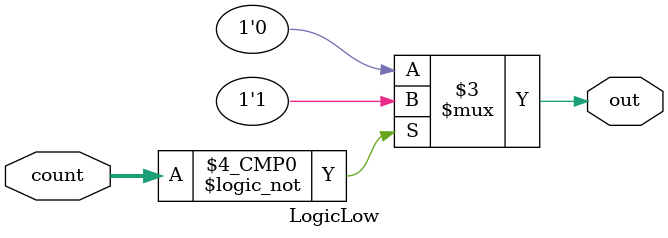
<source format=v>
`timescale 1ns / 1ps
module Remote(
    input Clk,
	 input Internal_Clk,
    input Global_Reset,
	 output IR_Xmit,
    output Len,
    output Ldir,
    output Ren,
    output Rdir,
	 inout Serial_IO
    );

	wire Clock_2, Clock_4, Clock_8, serial_out, low, high, 
			signal, select, latch, ir_out, transmit;
				
	wire [15:0] parallel_out, shift_out;
	wire [3:0] count_4, dirs;
	wire [1:0] count_2;

	assign Serial_IO = serial_out;
	
	assign Len = dirs[3];
	assign Ldir = dirs[2];
	assign Ren = dirs[1];
	assign Rdir = dirs[0];
	assign IR_Xmit = ir_out;
	
	ClockDivider clock_divider (
		 .Clock(Clk), 
		 .Reset(Global_Reset), 
		 .Clock_2(Clock_2), 
		 .Clock_4(Clock_4), 
		 .Clock_8(Clock_8)
		 );
		 
	TwoBitCounter TBC(
		.clk(Clock_2),
		.reset(Global_Reset),
		.count(count_2)
		);
		
	FourBitCounter FBC(
		.clk(Clock_8),
		.reset(Global_Reset),
		.ext_reset(count_reset),
		.count(count_4)
		);
		
	LogicHigh LH(
		.count(count_2),
		.out(high)
		);
		
	LogicLow LL(
		.count(count_2),
		.out(low)
		);
		
	SignalGenerator SG(
		.count(count_4),
		.logic_low(low),
		.logic_high(high),
		.signal(signal)
		);
		
	Mux Multiplexer(
		.serial(signal),
		.select(select),
		.out(serial_out)
		);
		
	IOSelect IOS(
		.clk(Clock_4),
		.reset(Global_Reset),
		.count(),
		.transmit(transmit),
		.latch(latch),
		.count_reset(count_reset),
		.select(select)
		);

	ShiftRegister SR (
		.reset(Global_Reset),
		.clk(Clock_8),
		.serial_in(Serial_IO),
		.buffer(shift_out)
		);
		
	FlipFlop FF (
		.reset(Global_Reset),
		.latch(latch),
		.in(shift_out),
		.out(parallel_out)
		);
		
	Decoder Decode(
		.state(parallel_out),
		.dirs(dirs)
		);
	
	IRTransmitter IRT (
		.reset(Global_Reset),
		.dirs(dirs),
		.trans(transmit),
		.clk(Internal_Clk),
		.serial_out(ir_out)
		);
endmodule


/*
 * Generates the 8 bit button status signal and stop bit that polls the controller.
 * The signal generator is simply a mux that uses the count from the 4-bit counter as
 * its select.
 */
module SignalGenerator (
	input [3:0] count,
	input logic_low,
	input logic_high,
	output reg signal
	);
	
	always @(*)
		case(count)
			4'b0111:	signal <= logic_high;
			4'b1000: signal <= logic_high;
			default:	signal <= logic_low;
		endcase
		
endmodule


/* 
 * Continually samples the serial line and shifts the bits to the left.  The
 * shift register data is only sampled by the Flip Flop after the first 16 bits 
 * from the controller have been loaded into the shift register.
 */
module ShiftRegister (
	input clk,
	input reset,
	input serial_in,
	output reg [15:0] buffer
	);
			
	always @(negedge clk, negedge reset)
		if(!reset)	buffer <= 16'b0;
		else 			buffer <= {buffer[14:0], serial_in};

endmodule


/* 
 * Decodes the signal from the Flip Flop and drives the motor accordingly.
 */
module Decoder (
	input [15:0] state,
	output reg [3:0] dirs
	);
	
	always @(*)
		case(state & 16'b1111_1111_0011_1111)
			16'b0000_1000_0000_0000:   	dirs <= 4'b0101;  //forward
			16'b0000_0100_0000_0000:   	dirs <= 4'b0000;  //reverse
			16'b0000_0001_0000_0000:   	dirs <= 4'b0001;  //spin right
			16'b0000_0010_0000_0000:   	dirs <= 4'b0100;  //spin left
			16'b0000_1010_0000_0000:   	dirs <= 4'b0110;  //veer left
			16'b0000_1001_0000_0000:   	dirs <= 4'b1001;  //veer right
			16'b0000_0110_0000_0000:   	dirs <= 4'b1000;  //back veer left
			16'b0000_0101_0000_0000:   	dirs <= 4'b0010;  //back veer right
			default:								dirs <= 4'b1111;	//stop
		endcase
		
endmodule


/*
 * Latches onto the parallel output of the shift register when the latch input
 * goes high.  The latch signal comes from the IO Select.
 */
module FlipFlop (
	input [15:0] in,
	input reset,
	input latch,
	output reg [15:0] out
	);
	
	always @(posedge latch, negedge reset)
		if(!reset)	out <= 16'b0;
		else			out <= in;
		
endmodule


/*
 * Transmits the decoded direction bits over the IR preceded by the start sequence
 * 10100 that is needed to communicate to the receiver that the direction bits are going
 * to be transmitted.  Operates off the 1 kHz clock.
 */
module IRTransmitter (
	input reset,
	input clk,
	input trans,
	input [3:0] dirs,
	output reg serial_out
	);
	
	reg [3:0] state, next;
	
	parameter S0 = 4'b0000;
	parameter S1 = 4'b0001;
	parameter S2 = 4'b0010;
	parameter S3 = 4'b0011;
	parameter S4 = 4'b0100;
	parameter S5 = 4'b0101;
	parameter S6 = 4'b0110;
	parameter S7 = 4'b0111;
	parameter S8 = 4'b1000;
	parameter S9 = 4'b1001;
	
	always @(posedge clk, negedge reset)
		if(!reset)	state <= S0;
		else			state <= next;
		
	always @(posedge clk, negedge reset)
		if(!reset)	serial_out <= 1;
		else
			case(state)
				S0:			serial_out <= 1;
				S1:			serial_out <= 1;
				S2:			serial_out <= 0;
				S3:			serial_out <= 1;
				S4:			serial_out <= 0;
				S5:			serial_out <= 0;
				S6:			serial_out <= dirs[3];
				S7:			serial_out <= dirs[2];
				S8:			serial_out <= dirs[1];
				S9:			serial_out <= dirs[0];
				default:		serial_out <= 1;
			endcase
			
	always @(*)
		case(state)
			S0:	if(trans)	next <= S1;
					else			next <= S0;
			S1:					next <= S2;
			S2:					next <= S3;
			S3:					next <= S4;
			S4:					next <= S5;
			S5:					next <= S6;
			S6:					next <= S7;
			S7:					next <= S8;
			S8:					next <= S9;
			S9:					next <= S0;
			default:				next <= S0;
		endcase
		
endmodule


/*
 * Determines when the CPLD should be driving the data line, keeps the four bit counter
 * in sync, and determines when to latch the data from the shift register.  When the count
 * is below 18, the CPLD is sending the button status signal, so it allows the CPLD to 
 * drive the data line.  For the rest of the count, the data line is allowed to be driven
 * by the controller.  When the count hits 50, the first 16 bits of the controller status
 * are in the shift register, so the latch signal goes high to indicate that the Flip Flop
 * should latch onto the data.  When the count is about to reset, the count on the Four
 * Bit counter is externally reset to maintain synchronization.  Operates off the 500 kHz 
 * clock.
 */
module IOSelect (
	input clk,
	input reset,
	output reg [7:0] count,
	output reg count_reset,
	output reg transmit,
	output reg latch,
	output reg select
	);
	
	always @(posedge clk, negedge reset)
		if(!reset)	count <= 8'b0;	
		else			count <= count + 1;
		
	always @(posedge clk, negedge reset)
		if(!reset)							select <= 0;
		else if(count < 8'b00010010)	select <= 0;
		else 									select <= 1;
		
	always @(posedge clk, negedge reset)
		if(!reset)							count_reset <= 0;
		else if(count == 8'b11111111)	count_reset <= 1;
		else									count_reset <= 0;		
		
	always @(posedge clk, negedge reset)
		if(!reset)							latch <= 0;
		else if(count == 8'b00110010)	latch <= 1;
		else									latch <= 0;
	
	always @(posedge clk, negedge reset)
		if(!reset)							transmit <= 0;
		else if(count > 8'b01001101)	transmit <= 1;
		else									transmit <= 0;
		
endmodule


/*
 * Counter for the Logic High and Low signal generators.  Operates off
 * the 1 MHz clock.
 */
module TwoBitCounter (
	input clk,
	input reset,
	output reg [1:0] count
	);
	
	always @(posedge clk, negedge reset)
		if(!reset)	count <= 2'b0;
		else			count <= count + 1;
		
endmodule


/*
 * Makes sure that the CPLD doesn't drive the data line of the N64 when it
 * is responding to the status request.
 */
module Mux (
	input serial,
	input select,
	output reg out
	);
	
	always @(*)
		if(select)		out <= 1'bz;
		else 				out <= serial;
		
endmodule


/* 
 * Counts from 0 to 9 and used by the signal generator to know when 0's
 * and 1's should be sent to the controller.  An external reset input is
 * needed so that this counter can stay in sync with the IO Select module.  
 * Operates off the 250 kHz clock.
 */
module FourBitCounter (
	input clk,
	input reset,
	input ext_reset,
	output reg [3:0] count
	);
	
	always @(posedge clk, negedge reset, posedge ext_reset)
		if(!reset)						count <= 4'b0;
		else if(ext_reset)			count <= 4'b0;
		else if(count == 4'b1000)	count <= 4'b0;
		else								count <= count + 1;
		
endmodule


/* 
 *Continually generates the asynchronous 1 represenation that the N64 uses.
 */
module LogicHigh (
	input [1:0] count,
	output reg out
	);
	
	always @(*)
		case(count)
			2'b1: 	out = 1'b0;
			default:	out = 1'b1;
		endcase
endmodule 


/* 
 * Continually generates the asynchronous 0 representation that the N64 uses.
 */
module LogicLow (
	input [1:0] count,
	output reg out
	);
	
	always @(*)
		case(count)
			2'b00:	out = 1'b1;
			default:	out = 1'b0;
		endcase
endmodule

</source>
